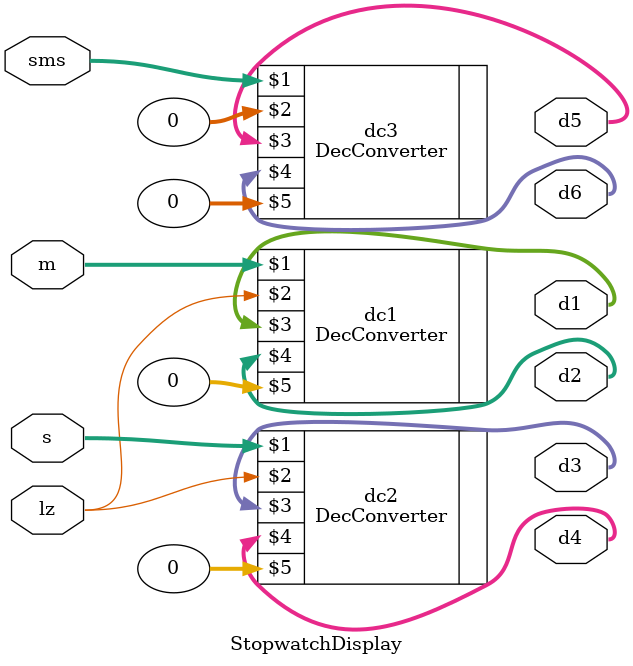
<source format=v>
`timescale 1ns / 1ps
module StopwatchDisplay(
    input [6:0] sms,
    input [6:0] s,
    input [6:0] m,
    output [6:0] d1,
    output [6:0] d2,
    output [6:0] d3,
    output [6:0] d4,
    output [6:0] d5,
    output [6:0] d6,
	 input lz
    );
	 
	 DecConverter dc1 (m,lz, d1, d2, 0);
	 DecConverter dc2 (s,lz, d3, d4, 0);
	 DecConverter dc3 (sms,0, d5, d6, 0);
	 
	 
	 
	 


endmodule

</source>
